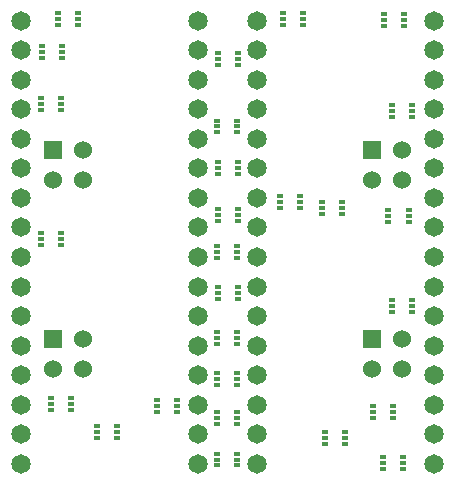
<source format=gbs>
G04 (created by PCBNEW (2013-jul-07)-stable) date Tue 06 Dec 2016 12:22:59 PM PST*
%MOIN*%
G04 Gerber Fmt 3.4, Leading zero omitted, Abs format*
%FSLAX34Y34*%
G01*
G70*
G90*
G04 APERTURE LIST*
%ADD10C,0.00590551*%
%ADD11R,0.06X0.06*%
%ADD12C,0.06*%
%ADD13C,0.065*%
%ADD14R,0.019685X0.0147638*%
G04 APERTURE END LIST*
G54D10*
G54D11*
X21744Y-24500D03*
G54D12*
X21744Y-25500D03*
X22744Y-24500D03*
X22744Y-25500D03*
G54D11*
X21744Y-30799D03*
G54D12*
X21744Y-31799D03*
X22744Y-30799D03*
X22744Y-31799D03*
G54D11*
X32374Y-24500D03*
G54D12*
X32374Y-25500D03*
X33374Y-24500D03*
X33374Y-25500D03*
G54D11*
X32374Y-30799D03*
G54D12*
X32374Y-31799D03*
X33374Y-30799D03*
X33374Y-31799D03*
G54D13*
X28543Y-28051D03*
X28543Y-29035D03*
X28543Y-30019D03*
X28543Y-31003D03*
X28543Y-31988D03*
X28543Y-32972D03*
X28543Y-33956D03*
X28543Y-34940D03*
X34448Y-34940D03*
X34448Y-33956D03*
X34448Y-32972D03*
X34448Y-31988D03*
X34448Y-31003D03*
X34448Y-30019D03*
X34448Y-29035D03*
X34448Y-28051D03*
X28543Y-20177D03*
X28543Y-21161D03*
X28543Y-22145D03*
X28543Y-23129D03*
X28543Y-24114D03*
X28543Y-25098D03*
X28543Y-26082D03*
X28543Y-27066D03*
X34448Y-27066D03*
X34448Y-26082D03*
X34448Y-25098D03*
X34448Y-24114D03*
X34448Y-23129D03*
X34448Y-22145D03*
X34448Y-21161D03*
X34448Y-20177D03*
X20669Y-28051D03*
X20669Y-29035D03*
X20669Y-30019D03*
X20669Y-31003D03*
X20669Y-31988D03*
X20669Y-32972D03*
X20669Y-33956D03*
X20669Y-34940D03*
X26574Y-34940D03*
X26574Y-33956D03*
X26574Y-32972D03*
X26574Y-31988D03*
X26574Y-31003D03*
X26574Y-30019D03*
X26574Y-29035D03*
X26574Y-28051D03*
X20669Y-20177D03*
X20669Y-21161D03*
X20669Y-22145D03*
X20669Y-23129D03*
X20669Y-24114D03*
X20669Y-25098D03*
X20669Y-26082D03*
X20669Y-27066D03*
X26574Y-27066D03*
X26574Y-26082D03*
X26574Y-25098D03*
X26574Y-24114D03*
X26574Y-23129D03*
X26574Y-22145D03*
X26574Y-21161D03*
X26574Y-20177D03*
G54D14*
X27933Y-21259D03*
X27933Y-21456D03*
X27933Y-21653D03*
X27263Y-21653D03*
X27263Y-21456D03*
X27263Y-21259D03*
X30098Y-19921D03*
X30098Y-20118D03*
X30098Y-20314D03*
X29429Y-20314D03*
X29429Y-20118D03*
X29429Y-19921D03*
X31476Y-33897D03*
X31476Y-34094D03*
X31476Y-34291D03*
X30807Y-34291D03*
X30807Y-34094D03*
X30807Y-33897D03*
X33405Y-34724D03*
X33405Y-34921D03*
X33405Y-35118D03*
X32736Y-35118D03*
X32736Y-34921D03*
X32736Y-34724D03*
X33090Y-33031D03*
X33090Y-33228D03*
X33090Y-33425D03*
X32421Y-33425D03*
X32421Y-33228D03*
X32421Y-33031D03*
X33720Y-29488D03*
X33720Y-29685D03*
X33720Y-29881D03*
X33051Y-29881D03*
X33051Y-29685D03*
X33051Y-29488D03*
X27893Y-31929D03*
X27893Y-32125D03*
X27893Y-32322D03*
X27224Y-32322D03*
X27224Y-32125D03*
X27224Y-31929D03*
X27893Y-30551D03*
X27893Y-30748D03*
X27893Y-30944D03*
X27224Y-30944D03*
X27224Y-30748D03*
X27224Y-30551D03*
X29980Y-26023D03*
X29980Y-26220D03*
X29980Y-26417D03*
X29311Y-26417D03*
X29311Y-26220D03*
X29311Y-26023D03*
X33602Y-26496D03*
X33602Y-26692D03*
X33602Y-26889D03*
X32933Y-26889D03*
X32933Y-26692D03*
X32933Y-26496D03*
X31397Y-26220D03*
X31397Y-26417D03*
X31397Y-26614D03*
X30728Y-26614D03*
X30728Y-26417D03*
X30728Y-26220D03*
X33720Y-22992D03*
X33720Y-23188D03*
X33720Y-23385D03*
X33051Y-23385D03*
X33051Y-23188D03*
X33051Y-22992D03*
X33444Y-19960D03*
X33444Y-20157D03*
X33444Y-20354D03*
X32775Y-20354D03*
X32775Y-20157D03*
X32775Y-19960D03*
X27893Y-23503D03*
X27893Y-23700D03*
X27893Y-23897D03*
X27224Y-23897D03*
X27224Y-23700D03*
X27224Y-23503D03*
X22578Y-19921D03*
X22578Y-20118D03*
X22578Y-20314D03*
X21909Y-20314D03*
X21909Y-20118D03*
X21909Y-19921D03*
X27893Y-34606D03*
X27893Y-34803D03*
X27893Y-35000D03*
X27224Y-35000D03*
X27224Y-34803D03*
X27224Y-34606D03*
X25885Y-32834D03*
X25885Y-33031D03*
X25885Y-33228D03*
X25216Y-33228D03*
X25216Y-33031D03*
X25216Y-32834D03*
X27893Y-33228D03*
X27893Y-33425D03*
X27893Y-33622D03*
X27224Y-33622D03*
X27224Y-33425D03*
X27224Y-33228D03*
X22342Y-32755D03*
X22342Y-32952D03*
X22342Y-33149D03*
X21673Y-33149D03*
X21673Y-32952D03*
X21673Y-32755D03*
X23877Y-33700D03*
X23877Y-33897D03*
X23877Y-34094D03*
X23208Y-34094D03*
X23208Y-33897D03*
X23208Y-33700D03*
X22027Y-27244D03*
X22027Y-27440D03*
X22027Y-27637D03*
X21358Y-27637D03*
X21358Y-27440D03*
X21358Y-27244D03*
X27933Y-29055D03*
X27933Y-29251D03*
X27933Y-29448D03*
X27263Y-29448D03*
X27263Y-29251D03*
X27263Y-29055D03*
X27893Y-27677D03*
X27893Y-27874D03*
X27893Y-28070D03*
X27224Y-28070D03*
X27224Y-27874D03*
X27224Y-27677D03*
X27933Y-26456D03*
X27933Y-26653D03*
X27933Y-26850D03*
X27263Y-26850D03*
X27263Y-26653D03*
X27263Y-26456D03*
X27933Y-24881D03*
X27933Y-25078D03*
X27933Y-25275D03*
X27263Y-25275D03*
X27263Y-25078D03*
X27263Y-24881D03*
X21358Y-23149D03*
X21358Y-22952D03*
X21358Y-22755D03*
X22027Y-22755D03*
X22027Y-22952D03*
X22027Y-23149D03*
X22066Y-21023D03*
X22066Y-21220D03*
X22066Y-21417D03*
X21397Y-21417D03*
X21397Y-21220D03*
X21397Y-21023D03*
M02*

</source>
